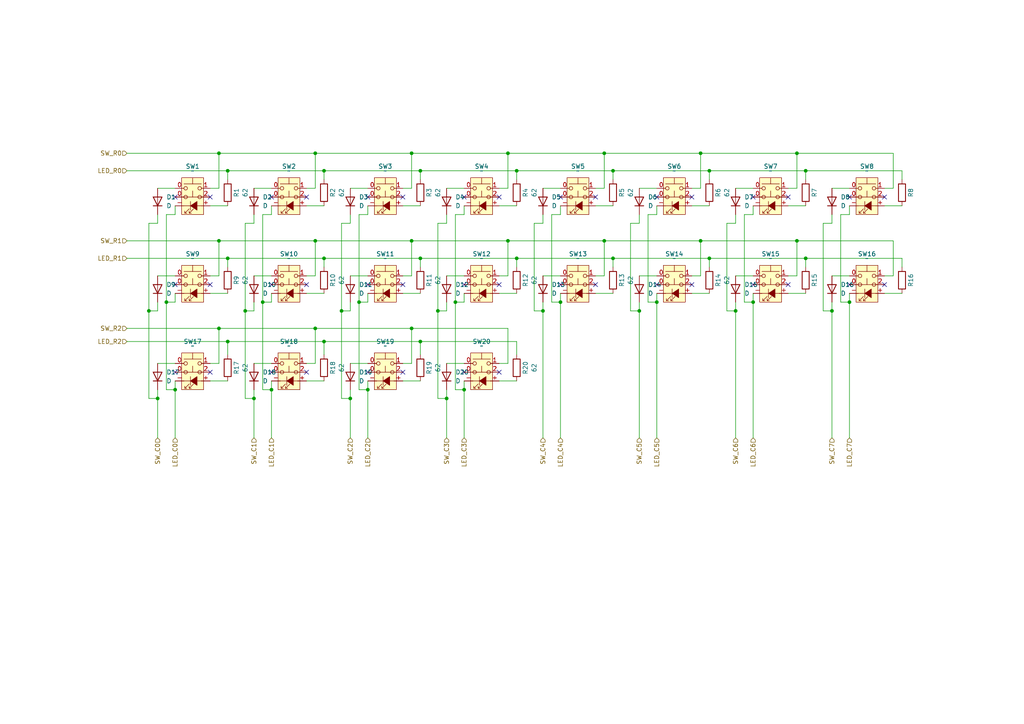
<source format=kicad_sch>
(kicad_sch (version 20231120) (generator "eeschema") (generator_version "8.0")
  (paper "A4")
  (lib_symbols
    (symbol "Console:Digitast"
      (property "Reference" "SW" (at -2.032 6.604 0))
      (symbol "Digitast_0_0"
        (polyline (pts (xy -2.54 -2.54) (xy 2.54 -2.54)))
        (polyline (pts (xy -2.286 -4.699) (xy -1.016 -3.429)))
        (polyline (pts (xy -1.016 -4.699) (xy 0.254 -3.429)))
        (polyline (pts (xy -0.635 -1.27) (xy -0.635 -3.81)))
        (polyline (pts (xy -2.286 -4.064) (xy -2.286 -4.699) (xy -1.651 -4.699)))
        (polyline (pts (xy -1.016 -4.064) (xy -1.016 -4.699) (xy -0.381 -4.699)))
        (polyline (pts (xy -0.635 -2.54) (xy 1.27 -1.27) (xy 1.27 -3.81) (xy -0.635 -2.54)) (fill (type outline)))
        (pin passive line (at -5.08 0 0) (length 2.54) (name "") (number "0"))
        (pin passive line (at 5.08 0 180) (length 2.54) (name "") (number "2"))
      )
      (symbol "Digitast_0_1"
        (circle (center -2.032 0) (radius 0.508))
        (circle (center -2.032 2.54) (radius 0.508))
        (polyline (pts (xy 0 0) (xy 0 1.778)))
        (polyline (pts (xy 0 3.81) (xy 0 5.588)))
        (polyline (pts (xy 2.54 0) (xy -2.54 0)))
        (polyline (pts (xy 2.54 3.81) (xy -2.54 3.81)))
        (circle (center 2.032 0) (radius 0.508))
        (circle (center 2.032 2.54) (radius 0.508))
        (pin passive line (at 5.08 -2.54 180) (length 2.54) (name "") (number "+"))
        (pin passive line (at -5.08 -2.54 0) (length 2.54) (name "") (number "-"))
        (pin passive line (at 5.08 2.54 180) (length 2.54) (name "") (number "1"))
      )
      (symbol "Digitast_1_1"
        (rectangle (start -3.175 5.588) (end 3.175 -5.08) (fill (type background)))
        (pin passive line (at -5.08 2.54 0) (length 2.54) (name "") (number "0"))
      )
    )
    (symbol "Device:D" (pin_numbers hide) (pin_names (offset 1.016) hide)
      (property "Reference" "D" (at 0 2.54 0))
      (property "Value" "D" (at 0 -2.54 0))
      (symbol "D_0_1"
        (polyline (pts (xy -1.27 1.27) (xy -1.27 -1.27)) (stroke (width 0.254)))
        (polyline (pts (xy 1.27 0) (xy -1.27 0)))
        (polyline (pts (xy 1.27 1.27) (xy 1.27 -1.27) (xy -1.27 0) (xy 1.27 1.27)) (stroke (width 0.254)))
      )
      (symbol "D_1_1"
        (pin passive line (at -3.81 0 0) (length 2.54) (name "K") (number "1"))
        (pin passive line (at 3.81 0 180) (length 2.54) (name "A") (number "2"))
      )
    )
    (symbol "Device:R" (pin_numbers hide) (pin_names (offset 0))
      (property "Reference" "R" (at 2.032 0 90))
      (property "Value" "R" (at 0 0 90))
      (symbol "R_0_1"
        (rectangle (start -1.016 -2.54) (end 1.016 2.54) (stroke (width 0.254)))
      )
      (symbol "R_1_1"
        (pin passive line (at 0 3.81 270) (length 1.27) (name "~") (number "1"))
        (pin passive line (at 0 -3.81 90) (length 1.27) (name "~") (number "2"))
      )
    )
  )
  (junction (at 132.08 87.63))
  (junction (at 129.54 115.57))
  (junction (at 48.26 87.63))
  (junction (at 45.72 115.57))
  (junction (at 119.38 44.45))
  (junction (at 66.04 99.06))
  (junction (at 149.86 49.53))
  (junction (at 203.2 44.45))
  (junction (at 93.98 49.53))
  (junction (at 213.36 90.17))
  (junction (at 78.74 113.03))
  (junction (at 233.68 49.53))
  (junction (at 175.26 69.85))
  (junction (at 233.68 74.93))
  (junction (at 121.92 49.53))
  (junction (at 119.38 95.25))
  (junction (at 185.42 90.17))
  (junction (at 162.56 87.63))
  (junction (at 101.6 115.57))
  (junction (at 106.68 113.03))
  (junction (at 66.04 74.93))
  (junction (at 175.26 44.45))
  (junction (at 91.44 44.45))
  (junction (at 190.5 87.63))
  (junction (at 231.14 44.45))
  (junction (at 157.48 90.17))
  (junction (at 91.44 69.85))
  (junction (at 147.32 44.45))
  (junction (at 149.86 74.93))
  (junction (at 93.98 74.93))
  (junction (at 73.66 115.57))
  (junction (at 63.5 95.25))
  (junction (at 43.18 90.17))
  (junction (at 127 90.17))
  (junction (at 63.5 69.85))
  (junction (at 91.44 95.25))
  (junction (at 205.74 74.93))
  (junction (at 66.04 49.53))
  (junction (at 104.14 87.63))
  (junction (at 71.12 90.17))
  (junction (at 93.98 99.06))
  (junction (at 134.62 113.03))
  (junction (at 147.32 69.85))
  (junction (at 205.74 49.53))
  (junction (at 76.2 87.63))
  (junction (at 121.92 74.93))
  (junction (at 231.14 69.85))
  (junction (at 50.8 113.03))
  (junction (at 177.8 74.93))
  (junction (at 63.5 44.45))
  (junction (at 177.8 49.53))
  (junction (at 99.06 90.17))
  (junction (at 241.3 90.17))
  (junction (at 203.2 69.85))
  (junction (at 218.44 87.63))
  (junction (at 121.92 99.06))
  (junction (at 246.38 87.63))
  (junction (at 119.38 69.85))
  (no_connect (at 246.38 82.55))
  (no_connect (at 256.54 82.55))
  (no_connect (at 134.62 107.95))
  (no_connect (at 256.54 57.15))
  (no_connect (at 106.68 57.15))
  (no_connect (at 190.5 82.55))
  (no_connect (at 246.38 57.15))
  (no_connect (at 190.5 57.15))
  (no_connect (at 116.84 107.95))
  (no_connect (at 228.6 57.15))
  (no_connect (at 134.62 82.55))
  (no_connect (at 50.8 82.55))
  (no_connect (at 228.6 82.55))
  (no_connect (at 88.9 57.15))
  (no_connect (at 116.84 57.15))
  (no_connect (at 60.96 82.55))
  (no_connect (at 106.68 107.95))
  (no_connect (at 78.74 57.15))
  (no_connect (at 172.72 57.15))
  (no_connect (at 60.96 57.15))
  (no_connect (at 200.66 57.15))
  (no_connect (at 172.72 82.55))
  (no_connect (at 78.74 82.55))
  (no_connect (at 60.96 107.95))
  (no_connect (at 106.68 82.55))
  (no_connect (at 88.9 107.95))
  (no_connect (at 162.56 57.15))
  (no_connect (at 144.78 82.55))
  (no_connect (at 162.56 82.55))
  (no_connect (at 78.74 107.95))
  (no_connect (at 50.8 57.15))
  (no_connect (at 134.62 57.15))
  (no_connect (at 88.9 82.55))
  (no_connect (at 200.66 82.55))
  (no_connect (at 50.8 107.95))
  (no_connect (at 218.44 82.55))
  (no_connect (at 116.84 82.55))
  (no_connect (at 218.44 57.15))
  (no_connect (at 144.78 57.15))
  (no_connect (at 144.78 107.95))
  (wire (pts (xy 218.44 87.63) (xy 215.9 87.63)))
  (wire (pts (xy 66.04 110.49) (xy 60.96 110.49)))
  (wire (pts (xy 157.48 62.23) (xy 157.48 64.77)))
  (wire (pts (xy 259.08 44.45) (xy 259.08 54.61)))
  (wire (pts (xy 200.66 80.01) (xy 203.2 80.01)))
  (wire (pts (xy 205.74 49.53) (xy 233.68 49.53)))
  (wire (pts (xy 132.08 62.23) (xy 132.08 87.63)))
  (wire (pts (xy 66.04 102.87) (xy 66.04 99.06)))
  (wire (pts (xy 129.54 90.17) (xy 127 90.17)))
  (wire (pts (xy 185.42 90.17) (xy 185.42 127)))
  (wire (pts (xy 63.5 69.85) (xy 91.44 69.85)))
  (wire (pts (xy 177.8 49.53) (xy 205.74 49.53)))
  (wire (pts (xy 121.92 99.06) (xy 149.86 99.06)))
  (wire (pts (xy 233.68 49.53) (xy 261.62 49.53)))
  (wire (pts (xy 43.18 64.77) (xy 43.18 90.17)))
  (wire (pts (xy 50.8 113.03) (xy 50.8 127)))
  (wire (pts (xy 157.48 80.01) (xy 162.56 80.01)))
  (wire (pts (xy 215.9 62.23) (xy 215.9 87.63)))
  (wire (pts (xy 185.42 54.61) (xy 190.5 54.61)))
  (wire (pts (xy 45.72 54.61) (xy 50.8 54.61)))
  (wire (pts (xy 36.83 49.53) (xy 66.04 49.53)))
  (wire (pts (xy 127 115.57) (xy 129.54 115.57)))
  (wire (pts (xy 91.44 105.41) (xy 88.9 105.41)))
  (wire (pts (xy 66.04 77.47) (xy 66.04 74.93)))
  (wire (pts (xy 121.92 77.47) (xy 121.92 74.93)))
  (wire (pts (xy 50.8 87.63) (xy 48.26 87.63)))
  (wire (pts (xy 119.38 69.85) (xy 119.38 80.01)))
  (wire (pts (xy 147.32 54.61) (xy 144.78 54.61)))
  (wire (pts (xy 261.62 85.09) (xy 256.54 85.09)))
  (wire (pts (xy 261.62 59.69) (xy 256.54 59.69)))
  (wire (pts (xy 106.68 59.69) (xy 106.68 62.23)))
  (wire (pts (xy 78.74 59.69) (xy 78.74 62.23)))
  (wire (pts (xy 177.8 85.09) (xy 172.72 85.09)))
  (wire (pts (xy 63.5 80.01) (xy 63.5 69.85)))
  (wire (pts (xy 241.3 64.77) (xy 238.76 64.77)))
  (wire (pts (xy 66.04 59.69) (xy 60.96 59.69)))
  (wire (pts (xy 190.5 87.63) (xy 187.96 87.63)))
  (wire (pts (xy 177.8 49.53) (xy 177.8 52.07)))
  (wire (pts (xy 175.26 69.85) (xy 175.26 80.01)))
  (wire (pts (xy 106.68 87.63) (xy 104.14 87.63)))
  (wire (pts (xy 91.44 54.61) (xy 88.9 54.61)))
  (wire (pts (xy 147.32 105.41) (xy 144.78 105.41)))
  (wire (pts (xy 119.38 69.85) (xy 147.32 69.85)))
  (wire (pts (xy 246.38 87.63) (xy 243.84 87.63)))
  (wire (pts (xy 187.96 62.23) (xy 187.96 87.63)))
  (wire (pts (xy 106.68 113.03) (xy 106.68 127)))
  (wire (pts (xy 213.36 90.17) (xy 213.36 127)))
  (wire (pts (xy 76.2 62.23) (xy 76.2 87.63)))
  (wire (pts (xy 119.38 44.45) (xy 119.38 54.61)))
  (wire (pts (xy 231.14 69.85) (xy 259.08 69.85)))
  (wire (pts (xy 213.36 64.77) (xy 210.82 64.77)))
  (wire (pts (xy 233.68 59.69) (xy 228.6 59.69)))
  (wire (pts (xy 185.42 90.17) (xy 182.88 90.17)))
  (wire (pts (xy 121.92 49.53) (xy 121.92 52.07)))
  (wire (pts (xy 157.48 90.17) (xy 154.94 90.17)))
  (wire (pts (xy 147.32 44.45) (xy 175.26 44.45)))
  (wire (pts (xy 241.3 90.17) (xy 241.3 127)))
  (wire (pts (xy 177.8 74.93) (xy 205.74 74.93)))
  (wire (pts (xy 134.62 87.63) (xy 132.08 87.63)))
  (wire (pts (xy 185.42 62.23) (xy 185.42 64.77)))
  (wire (pts (xy 119.38 95.25) (xy 147.32 95.25)))
  (wire (pts (xy 119.38 54.61) (xy 116.84 54.61)))
  (wire (pts (xy 48.26 62.23) (xy 48.26 87.63)))
  (wire (pts (xy 104.14 87.63) (xy 104.14 113.03)))
  (wire (pts (xy 63.5 95.25) (xy 91.44 95.25)))
  (wire (pts (xy 149.86 59.69) (xy 144.78 59.69)))
  (wire (pts (xy 175.26 80.01) (xy 172.72 80.01)))
  (wire (pts (xy 147.32 69.85) (xy 147.32 80.01)))
  (wire (pts (xy 259.08 69.85) (xy 259.08 80.01)))
  (wire (pts (xy 76.2 87.63) (xy 76.2 113.03)))
  (wire (pts (xy 134.62 62.23) (xy 132.08 62.23)))
  (wire (pts (xy 50.8 113.03) (xy 50.8 110.49)))
  (wire (pts (xy 177.8 77.47) (xy 177.8 74.93)))
  (wire (pts (xy 50.8 59.69) (xy 50.8 62.23)))
  (wire (pts (xy 157.48 87.63) (xy 157.48 90.17)))
  (wire (pts (xy 104.14 113.03) (xy 106.68 113.03)))
  (wire (pts (xy 213.36 54.61) (xy 218.44 54.61)))
  (wire (pts (xy 185.42 87.63) (xy 185.42 90.17)))
  (wire (pts (xy 101.6 62.23) (xy 101.6 64.77)))
  (wire (pts (xy 76.2 113.03) (xy 78.74 113.03)))
  (wire (pts (xy 129.54 64.77) (xy 127 64.77)))
  (wire (pts (xy 93.98 99.06) (xy 121.92 99.06)))
  (wire (pts (xy 203.2 69.85) (xy 231.14 69.85)))
  (wire (pts (xy 213.36 90.17) (xy 210.82 90.17)))
  (wire (pts (xy 162.56 85.09) (xy 162.56 87.63)))
  (wire (pts (xy 73.66 87.63) (xy 73.66 90.17)))
  (wire (pts (xy 73.66 90.17) (xy 71.12 90.17)))
  (wire (pts (xy 241.3 62.23) (xy 241.3 64.77)))
  (wire (pts (xy 73.66 54.61) (xy 78.74 54.61)))
  (wire (pts (xy 205.74 85.09) (xy 200.66 85.09)))
  (wire (pts (xy 238.76 64.77) (xy 238.76 90.17)))
  (wire (pts (xy 78.74 113.03) (xy 78.74 127)))
  (wire (pts (xy 129.54 80.01) (xy 134.62 80.01)))
  (wire (pts (xy 157.48 90.17) (xy 157.48 127)))
  (wire (pts (xy 45.72 80.01) (xy 50.8 80.01)))
  (wire (pts (xy 129.54 115.57) (xy 129.54 113.03)))
  (wire (pts (xy 162.56 87.63) (xy 162.56 127)))
  (wire (pts (xy 73.66 64.77) (xy 71.12 64.77)))
  (wire (pts (xy 121.92 74.93) (xy 149.86 74.93)))
  (wire (pts (xy 246.38 85.09) (xy 246.38 87.63)))
  (wire (pts (xy 241.3 80.01) (xy 246.38 80.01)))
  (wire (pts (xy 45.72 90.17) (xy 43.18 90.17)))
  (wire (pts (xy 91.44 95.25) (xy 119.38 95.25)))
  (wire (pts (xy 218.44 59.69) (xy 218.44 62.23)))
  (wire (pts (xy 231.14 44.45) (xy 259.08 44.45)))
  (wire (pts (xy 149.86 49.53) (xy 177.8 49.53)))
  (wire (pts (xy 203.2 44.45) (xy 203.2 54.61)))
  (wire (pts (xy 43.18 90.17) (xy 43.18 115.57)))
  (wire (pts (xy 241.3 54.61) (xy 246.38 54.61)))
  (wire (pts (xy 129.54 115.57) (xy 129.54 127)))
  (wire (pts (xy 233.68 49.53) (xy 233.68 52.07)))
  (wire (pts (xy 71.12 90.17) (xy 71.12 115.57)))
  (wire (pts (xy 45.72 87.63) (xy 45.72 90.17)))
  (wire (pts (xy 101.6 115.57) (xy 101.6 127)))
  (wire (pts (xy 45.72 64.77) (xy 43.18 64.77)))
  (wire (pts (xy 121.92 85.09) (xy 116.84 85.09)))
  (wire (pts (xy 63.5 105.41) (xy 63.5 95.25)))
  (wire (pts (xy 147.32 44.45) (xy 147.32 54.61)))
  (wire (pts (xy 147.32 95.25) (xy 147.32 105.41)))
  (wire (pts (xy 149.86 49.53) (xy 149.86 52.07)))
  (wire (pts (xy 45.72 115.57) (xy 45.72 127)))
  (wire (pts (xy 93.98 85.09) (xy 88.9 85.09)))
  (wire (pts (xy 205.74 74.93) (xy 233.68 74.93)))
  (wire (pts (xy 147.32 69.85) (xy 175.26 69.85)))
  (wire (pts (xy 162.56 87.63) (xy 160.02 87.63)))
  (wire (pts (xy 91.44 69.85) (xy 91.44 80.01)))
  (wire (pts (xy 50.8 62.23) (xy 48.26 62.23)))
  (wire (pts (xy 119.38 80.01) (xy 116.84 80.01)))
  (wire (pts (xy 36.83 95.25) (xy 63.5 95.25)))
  (wire (pts (xy 175.26 54.61) (xy 172.72 54.61)))
  (wire (pts (xy 78.74 62.23) (xy 76.2 62.23)))
  (wire (pts (xy 132.08 87.63) (xy 132.08 113.03)))
  (wire (pts (xy 246.38 87.63) (xy 246.38 127)))
  (wire (pts (xy 154.94 64.77) (xy 154.94 90.17)))
  (wire (pts (xy 66.04 49.53) (xy 93.98 49.53)))
  (wire (pts (xy 228.6 80.01) (xy 231.14 80.01)))
  (wire (pts (xy 66.04 74.93) (xy 93.98 74.93)))
  (wire (pts (xy 231.14 69.85) (xy 231.14 80.01)))
  (wire (pts (xy 63.5 54.61) (xy 60.96 54.61)))
  (wire (pts (xy 246.38 59.69) (xy 246.38 62.23)))
  (wire (pts (xy 190.5 85.09) (xy 190.5 87.63)))
  (wire (pts (xy 63.5 44.45) (xy 91.44 44.45)))
  (wire (pts (xy 121.92 59.69) (xy 116.84 59.69)))
  (wire (pts (xy 63.5 54.61) (xy 63.5 44.45)))
  (wire (pts (xy 93.98 110.49) (xy 88.9 110.49)))
  (wire (pts (xy 129.54 54.61) (xy 134.62 54.61)))
  (wire (pts (xy 93.98 74.93) (xy 121.92 74.93)))
  (wire (pts (xy 233.68 74.93) (xy 261.62 74.93)))
  (wire (pts (xy 91.44 95.25) (xy 91.44 105.41)))
  (wire (pts (xy 147.32 80.01) (xy 144.78 80.01)))
  (wire (pts (xy 93.98 49.53) (xy 93.98 52.07)))
  (wire (pts (xy 185.42 64.77) (xy 182.88 64.77)))
  (wire (pts (xy 127 90.17) (xy 127 115.57)))
  (wire (pts (xy 162.56 62.23) (xy 160.02 62.23)))
  (wire (pts (xy 129.54 105.41) (xy 134.62 105.41)))
  (wire (pts (xy 36.83 74.93) (xy 66.04 74.93)))
  (wire (pts (xy 71.12 115.57) (xy 73.66 115.57)))
  (wire (pts (xy 246.38 62.23) (xy 243.84 62.23)))
  (wire (pts (xy 175.26 44.45) (xy 175.26 54.61)))
  (wire (pts (xy 185.42 80.01) (xy 190.5 80.01)))
  (wire (pts (xy 93.98 74.93) (xy 93.98 77.47)))
  (wire (pts (xy 241.3 87.63) (xy 241.3 90.17)))
  (wire (pts (xy 213.36 87.63) (xy 213.36 90.17)))
  (wire (pts (xy 91.44 69.85) (xy 119.38 69.85)))
  (wire (pts (xy 231.14 44.45) (xy 231.14 54.61)))
  (wire (pts (xy 66.04 85.09) (xy 60.96 85.09)))
  (wire (pts (xy 93.98 59.69) (xy 88.9 59.69)))
  (wire (pts (xy 261.62 49.53) (xy 261.62 52.07)))
  (wire (pts (xy 259.08 54.61) (xy 256.54 54.61)))
  (wire (pts (xy 101.6 80.01) (xy 106.68 80.01)))
  (wire (pts (xy 182.88 64.77) (xy 182.88 90.17)))
  (wire (pts (xy 66.04 99.06) (xy 93.98 99.06)))
  (wire (pts (xy 45.72 62.23) (xy 45.72 64.77)))
  (wire (pts (xy 73.66 80.01) (xy 78.74 80.01)))
  (wire (pts (xy 45.72 105.41) (xy 50.8 105.41)))
  (wire (pts (xy 175.26 44.45) (xy 203.2 44.45)))
  (wire (pts (xy 106.68 62.23) (xy 104.14 62.23)))
  (wire (pts (xy 93.98 99.06) (xy 93.98 102.87)))
  (wire (pts (xy 218.44 85.09) (xy 218.44 87.63)))
  (wire (pts (xy 99.06 64.77) (xy 99.06 90.17)))
  (wire (pts (xy 129.54 87.63) (xy 129.54 90.17)))
  (wire (pts (xy 231.14 54.61) (xy 228.6 54.61)))
  (wire (pts (xy 50.8 85.09) (xy 50.8 87.63)))
  (wire (pts (xy 241.3 90.17) (xy 238.76 90.17)))
  (wire (pts (xy 203.2 54.61) (xy 200.66 54.61)))
  (wire (pts (xy 149.86 110.49) (xy 144.78 110.49)))
  (wire (pts (xy 205.74 59.69) (xy 200.66 59.69)))
  (wire (pts (xy 134.62 113.03) (xy 134.62 127)))
  (wire (pts (xy 149.86 102.87) (xy 149.86 99.06)))
  (wire (pts (xy 203.2 44.45) (xy 231.14 44.45)))
  (wire (pts (xy 93.98 49.53) (xy 121.92 49.53)))
  (wire (pts (xy 66.04 49.53) (xy 66.04 52.07)))
  (wire (pts (xy 175.26 69.85) (xy 203.2 69.85)))
  (wire (pts (xy 218.44 62.23) (xy 215.9 62.23)))
  (wire (pts (xy 101.6 115.57) (xy 101.6 113.03)))
  (wire (pts (xy 119.38 105.41) (xy 116.84 105.41)))
  (wire (pts (xy 101.6 64.77) (xy 99.06 64.77)))
  (wire (pts (xy 101.6 54.61) (xy 106.68 54.61)))
  (wire (pts (xy 78.74 85.09) (xy 78.74 87.63)))
  (wire (pts (xy 243.84 62.23) (xy 243.84 87.63)))
  (wire (pts (xy 218.44 87.63) (xy 218.44 127)))
  (wire (pts (xy 160.02 62.23) (xy 160.02 87.63)))
  (wire (pts (xy 190.5 62.23) (xy 187.96 62.23)))
  (wire (pts (xy 119.38 95.25) (xy 119.38 105.41)))
  (wire (pts (xy 162.56 59.69) (xy 162.56 62.23)))
  (wire (pts (xy 210.82 64.77) (xy 210.82 90.17)))
  (wire (pts (xy 78.74 87.63) (xy 76.2 87.63)))
  (wire (pts (xy 190.5 87.63) (xy 190.5 127)))
  (wire (pts (xy 101.6 90.17) (xy 99.06 90.17)))
  (wire (pts (xy 36.83 99.06) (xy 66.04 99.06)))
  (wire (pts (xy 233.68 77.47) (xy 233.68 74.93)))
  (wire (pts (xy 104.14 62.23) (xy 104.14 87.63)))
  (wire (pts (xy 45.72 115.57) (xy 45.72 113.03)))
  (wire (pts (xy 36.83 69.85) (xy 63.5 69.85)))
  (wire (pts (xy 134.62 113.03) (xy 134.62 110.49)))
  (wire (pts (xy 213.36 62.23) (xy 213.36 64.77)))
  (wire (pts (xy 73.66 115.57) (xy 73.66 113.03)))
  (wire (pts (xy 205.74 49.53) (xy 205.74 52.07)))
  (wire (pts (xy 119.38 44.45) (xy 147.32 44.45)))
  (wire (pts (xy 71.12 64.77) (xy 71.12 90.17)))
  (wire (pts (xy 157.48 54.61) (xy 162.56 54.61)))
  (wire (pts (xy 261.62 77.47) (xy 261.62 74.93)))
  (wire (pts (xy 203.2 69.85) (xy 203.2 80.01)))
  (wire (pts (xy 121.92 49.53) (xy 149.86 49.53)))
  (wire (pts (xy 48.26 87.63) (xy 48.26 113.03)))
  (wire (pts (xy 149.86 77.47) (xy 149.86 74.93)))
  (wire (pts (xy 91.44 80.01) (xy 88.9 80.01)))
  (wire (pts (xy 91.44 44.45) (xy 119.38 44.45)))
  (wire (pts (xy 177.8 59.69) (xy 172.72 59.69)))
  (wire (pts (xy 129.54 62.23) (xy 129.54 64.77)))
  (wire (pts (xy 132.08 113.03) (xy 134.62 113.03)))
  (wire (pts (xy 121.92 110.49) (xy 116.84 110.49)))
  (wire (pts (xy 190.5 59.69) (xy 190.5 62.23)))
  (wire (pts (xy 256.54 80.01) (xy 259.08 80.01)))
  (wire (pts (xy 91.44 44.45) (xy 91.44 54.61)))
  (wire (pts (xy 213.36 80.01) (xy 218.44 80.01)))
  (wire (pts (xy 149.86 74.93) (xy 177.8 74.93)))
  (wire (pts (xy 205.74 77.47) (xy 205.74 74.93)))
  (wire (pts (xy 106.68 85.09) (xy 106.68 87.63)))
  (wire (pts (xy 48.26 113.03) (xy 50.8 113.03)))
  (wire (pts (xy 101.6 105.41) (xy 106.68 105.41)))
  (wire (pts (xy 149.86 85.09) (xy 144.78 85.09)))
  (wire (pts (xy 43.18 115.57) (xy 45.72 115.57)))
  (wire (pts (xy 78.74 113.03) (xy 78.74 110.49)))
  (wire (pts (xy 233.68 85.09) (xy 228.6 85.09)))
  (wire (pts (xy 63.5 80.01) (xy 60.96 80.01)))
  (wire (pts (xy 157.48 64.77) (xy 154.94 64.77)))
  (wire (pts (xy 99.06 90.17) (xy 99.06 115.57)))
  (wire (pts (xy 36.83 44.45) (xy 63.5 44.45)))
  (wire (pts (xy 134.62 85.09) (xy 134.62 87.63)))
  (wire (pts (xy 127 64.77) (xy 127 90.17)))
  (wire (pts (xy 106.68 113.03) (xy 106.68 110.49)))
  (wire (pts (xy 101.6 87.63) (xy 101.6 90.17)))
  (wire (pts (xy 73.66 62.23) (xy 73.66 64.77)))
  (wire (pts (xy 121.92 102.87) (xy 121.92 99.06)))
  (wire (pts (xy 73.66 105.41) (xy 78.74 105.41)))
  (wire (pts (xy 134.62 59.69) (xy 134.62 62.23)))
  (wire (pts (xy 73.66 115.57) (xy 73.66 127)))
  (wire (pts (xy 63.5 105.41) (xy 60.96 105.41)))
  (wire (pts (xy 99.06 115.57) (xy 101.6 115.57)))
  (hierarchical_label "SW_R2" (shape input) (at 36.83 95.25 180))
  (hierarchical_label "LED_C3" (shape input) (at 134.62 127 270))
  (hierarchical_label "SW_C3" (shape input) (at 129.54 127 270))
  (hierarchical_label "SW_C0" (shape input) (at 45.72 127 270))
  (hierarchical_label "SW_C1" (shape input) (at 73.66 127 270))
  (hierarchical_label "LED_C6" (shape input) (at 218.44 127 270))
  (hierarchical_label "SW_C7" (shape input) (at 241.3 127 270))
  (hierarchical_label "LED_R0" (shape input) (at 36.83 49.53 180))
  (hierarchical_label "LED_C1" (shape input) (at 78.74 127 270))
  (hierarchical_label "LED_C7" (shape input) (at 246.38 127 270))
  (hierarchical_label "LED_C4" (shape input) (at 162.56 127 270))
  (hierarchical_label "SW_R1" (shape input) (at 36.83 69.85 180))
  (hierarchical_label "SW_C4" (shape input) (at 157.48 127 270))
  (hierarchical_label "LED_R2" (shape input) (at 36.83 99.06 180))
  (hierarchical_label "LED_C2" (shape input) (at 106.68 127 270))
  (hierarchical_label "SW_R0" (shape input) (at 36.83 44.45 180))
  (hierarchical_label "LED_C5" (shape input) (at 190.5 127 270))
  (hierarchical_label "SW_C5" (shape input) (at 185.42 127 270))
  (hierarchical_label "LED_C0" (shape input) (at 50.8 127 270))
  (hierarchical_label "SW_C6" (shape input) (at 213.36 127 270))
  (hierarchical_label "SW_C2" (shape input) (at 101.6 127 270))
  (hierarchical_label "LED_R1" (shape input) (at 36.83 74.93 180))
  (symbol (lib_id "Device:R") (at 149.86 81.28 180) (unit 1)
    (property "Reference" "R12" (at 152.4 81.28 90))
    (property "Value" "62" (at 154.94 81.28 90))
    (property "Footprint" "Resistor_SMD:R_0805_2012Metric" (effects (hide yes)))
    (property "Description" "Resistor" (effects (hide yes)))
  )
  (symbol (lib_id "Device:D") (at 129.54 83.82 90) (unit 1)
    (property "Reference" "D12" (at 132.08 82.5499 90) (effects (justify right)))
    (property "Value" "D" (at 132.08 85.0899 90) (effects (justify right)))
    (property "Footprint" "Diode_SMD:D_0805_2012Metric" (effects (hide yes)))
    (property "Description" "Diode" (effects (hide yes)))
    (property "Sim.Device" "D" (effects (hide yes)))
    (property "Sim.Pins" "1=K 2=A" (effects (hide yes)))
  )
  (symbol (lib_id "Device:D") (at 129.54 58.42 90) (unit 1)
    (property "Reference" "D4" (at 132.08 57.1499 90) (effects (justify right)))
    (property "Value" "D" (at 132.08 59.6899 90) (effects (justify right)))
    (property "Footprint" "Diode_SMD:D_0805_2012Metric" (effects (hide yes)))
    (property "Description" "Diode" (effects (hide yes)))
    (property "Sim.Device" "D" (effects (hide yes)))
    (property "Sim.Pins" "1=K 2=A" (effects (hide yes)))
  )
  (symbol (lib_name "Console:Digitast") (lib_id "Console:Digitast") (at 55.88 57.15 0) (unit 1)
    (property "Reference" "SW1" (at 55.88 48.26 0))
    (property "Value" "~" (at 55.88 49.53 0))
    (property "Footprint" "Console:Digitast" (effects (hide yes)))
  )
  (symbol (lib_id "Device:R") (at 233.68 81.28 180) (unit 1)
    (property "Reference" "R15" (at 236.22 81.28 90))
    (property "Value" "62" (effects (hide yes)))
    (property "Footprint" "Resistor_SMD:R_0805_2012Metric" (effects (hide yes)))
    (property "Description" "Resistor" (effects (hide yes)))
  )
  (symbol (lib_name "Console:Digitast") (lib_id "Console:Digitast") (at 195.58 57.15 0) (unit 1)
    (property "Reference" "SW6" (at 195.58 48.26 0))
    (property "Value" "~" (at 195.58 49.53 0))
    (property "Footprint" "Console:Digitast" (effects (hide yes)))
  )
  (symbol (lib_id "Device:D") (at 185.42 83.82 90) (unit 1)
    (property "Reference" "D14" (at 187.96 82.5499 90) (effects (justify right)))
    (property "Value" "D" (at 187.96 85.0899 90) (effects (justify right)))
    (property "Footprint" "Diode_SMD:D_0805_2012Metric" (effects (hide yes)))
    (property "Description" "Diode" (effects (hide yes)))
    (property "Sim.Device" "D" (effects (hide yes)))
    (property "Sim.Pins" "1=K 2=A" (effects (hide yes)))
  )
  (symbol (lib_id "Device:D") (at 213.36 58.42 90) (unit 1)
    (property "Reference" "D7" (at 215.9 57.1499 90) (effects (justify right)))
    (property "Value" "D" (at 215.9 59.6899 90) (effects (justify right)))
    (property "Footprint" "Diode_SMD:D_0805_2012Metric" (effects (hide yes)))
    (property "Description" "Diode" (effects (hide yes)))
    (property "Sim.Device" "D" (effects (hide yes)))
    (property "Sim.Pins" "1=K 2=A" (effects (hide yes)))
  )
  (symbol (lib_id "Device:R") (at 66.04 55.88 180) (unit 1)
    (property "Reference" "R1" (at 68.58 55.88 90))
    (property "Value" "62" (at 71.12 55.88 90))
    (property "Footprint" "Resistor_SMD:R_0805_2012Metric" (effects (hide yes)))
    (property "Description" "Resistor" (effects (hide yes)))
  )
  (symbol (lib_id "Device:D") (at 45.72 109.22 90) (unit 1)
    (property "Reference" "D17" (at 48.26 107.9499 90) (effects (justify right)))
    (property "Value" "D" (at 48.26 110.4899 90) (effects (justify right)))
    (property "Footprint" "Diode_SMD:D_0805_2012Metric" (effects (hide yes)))
    (property "Description" "Diode" (effects (hide yes)))
    (property "Sim.Device" "D" (effects (hide yes)))
    (property "Sim.Pins" "1=K 2=A" (effects (hide yes)))
  )
  (symbol (lib_id "Device:D") (at 73.66 83.82 90) (unit 1)
    (property "Reference" "D10" (at 76.2 82.5499 90) (effects (justify right)))
    (property "Value" "D" (at 76.2 85.0899 90) (effects (justify right)))
    (property "Footprint" "Diode_SMD:D_0805_2012Metric" (effects (hide yes)))
    (property "Description" "Diode" (effects (hide yes)))
    (property "Sim.Device" "D" (effects (hide yes)))
    (property "Sim.Pins" "1=K 2=A" (effects (hide yes)))
  )
  (symbol (lib_id "Device:D") (at 45.72 83.82 90) (unit 1)
    (property "Reference" "D9" (at 48.26 82.5499 90) (effects (justify right)))
    (property "Value" "D" (at 48.26 85.0899 90) (effects (justify right)))
    (property "Footprint" "Diode_SMD:D_0805_2012Metric" (effects (hide yes)))
    (property "Description" "Diode" (effects (hide yes)))
    (property "Sim.Device" "D" (effects (hide yes)))
    (property "Sim.Pins" "1=K 2=A" (effects (hide yes)))
  )
  (symbol (lib_name "Console:Digitast") (lib_id "Console:Digitast") (at 167.64 82.55 0) (unit 1)
    (property "Reference" "SW13" (at 167.64 73.66 0))
    (property "Value" "~" (at 167.64 74.93 0))
    (property "Footprint" "Console:Digitast" (effects (hide yes)))
  )
  (symbol (lib_id "Device:D") (at 157.48 83.82 90) (unit 1)
    (property "Reference" "D13" (at 160.02 82.5499 90) (effects (justify right)))
    (property "Value" "D" (at 160.02 85.0899 90) (effects (justify right)))
    (property "Footprint" "Diode_SMD:D_0805_2012Metric" (effects (hide yes)))
    (property "Description" "Diode" (effects (hide yes)))
    (property "Sim.Device" "D" (effects (hide yes)))
    (property "Sim.Pins" "1=K 2=A" (effects (hide yes)))
  )
  (symbol (lib_name "Console:Digitast") (lib_id "Console:Digitast") (at 195.58 82.55 0) (unit 1)
    (property "Reference" "SW14" (at 195.58 73.66 0))
    (property "Value" "~" (at 195.58 74.93 0))
    (property "Footprint" "Console:Digitast" (effects (hide yes)))
  )
  (symbol (lib_id "Device:R") (at 93.98 81.28 180) (unit 1)
    (property "Reference" "R10" (at 96.52 81.28 90))
    (property "Value" "62" (at 99.06 81.28 90))
    (property "Footprint" "Resistor_SMD:R_0805_2012Metric" (effects (hide yes)))
    (property "Description" "Resistor" (effects (hide yes)))
  )
  (symbol (lib_id "Device:D") (at 241.3 83.82 90) (unit 1)
    (property "Reference" "D16" (at 243.84 82.5499 90) (effects (justify right)))
    (property "Value" "D" (at 243.84 85.0899 90) (effects (justify right)))
    (property "Footprint" "Diode_SMD:D_0805_2012Metric" (effects (hide yes)))
    (property "Description" "Diode" (effects (hide yes)))
    (property "Sim.Device" "D" (effects (hide yes)))
    (property "Sim.Pins" "1=K 2=A" (effects (hide yes)))
  )
  (symbol (lib_id "Device:R") (at 149.86 55.88 180) (unit 1)
    (property "Reference" "R4" (at 152.4 55.88 90))
    (property "Value" "62" (at 154.94 55.88 90))
    (property "Footprint" "Resistor_SMD:R_0805_2012Metric" (effects (hide yes)))
    (property "Description" "Resistor" (effects (hide yes)))
  )
  (symbol (lib_name "Console:Digitast") (lib_id "Console:Digitast") (at 251.46 57.15 0) (unit 1)
    (property "Reference" "SW8" (at 251.46 48.26 0))
    (property "Value" "~" (at 251.46 49.53 0))
    (property "Footprint" "Console:Digitast" (effects (hide yes)))
  )
  (symbol (lib_id "Device:D") (at 45.72 58.42 90) (unit 1)
    (property "Reference" "D1" (at 48.26 57.1499 90) (effects (justify right)))
    (property "Value" "D" (at 48.26 59.6899 90) (effects (justify right)))
    (property "Footprint" "Diode_SMD:D_0805_2012Metric" (effects (hide yes)))
    (property "Description" "Diode" (effects (hide yes)))
    (property "Sim.Device" "D" (effects (hide yes)))
    (property "Sim.Pins" "1=K 2=A" (effects (hide yes)))
  )
  (symbol (lib_id "Device:R") (at 205.74 81.28 180) (unit 1)
    (property "Reference" "R14" (at 208.28 81.28 90))
    (property "Value" "62" (at 210.82 81.28 90))
    (property "Footprint" "Resistor_SMD:R_0805_2012Metric" (effects (hide yes)))
    (property "Description" "Resistor" (effects (hide yes)))
  )
  (symbol (lib_id "Device:D") (at 73.66 58.42 90) (unit 1)
    (property "Reference" "D2" (at 76.2 57.1499 90) (effects (justify right)))
    (property "Value" "D" (at 76.2 59.6899 90) (effects (justify right)))
    (property "Footprint" "Diode_SMD:D_0805_2012Metric" (effects (hide yes)))
    (property "Description" "Diode" (effects (hide yes)))
    (property "Sim.Device" "D" (effects (hide yes)))
    (property "Sim.Pins" "1=K 2=A" (effects (hide yes)))
  )
  (symbol (lib_id "Device:D") (at 73.66 109.22 90) (unit 1)
    (property "Reference" "D18" (at 76.2 107.9499 90) (effects (justify right)))
    (property "Value" "D" (at 76.2 110.4899 90) (effects (justify right)))
    (property "Footprint" "Diode_SMD:D_0805_2012Metric" (effects (hide yes)))
    (property "Description" "Diode" (effects (hide yes)))
    (property "Sim.Device" "D" (effects (hide yes)))
    (property "Sim.Pins" "1=K 2=A" (effects (hide yes)))
  )
  (symbol (lib_name "Console:Digitast") (lib_id "Console:Digitast") (at 251.46 82.55 0) (unit 1)
    (property "Reference" "SW16" (at 251.46 73.66 0))
    (property "Value" "~" (at 251.46 74.93 0))
    (property "Footprint" "Console:Digitast" (effects (hide yes)))
  )
  (symbol (lib_id "Device:R") (at 149.86 106.68 180) (unit 1)
    (property "Reference" "R20" (at 152.4 106.68 90))
    (property "Value" "62" (at 154.94 106.68 90))
    (property "Footprint" "Resistor_SMD:R_0805_2012Metric" (effects (hide yes)))
    (property "Description" "Resistor" (effects (hide yes)))
  )
  (symbol (lib_id "Device:R") (at 121.92 106.68 180) (unit 1)
    (property "Reference" "R19" (at 124.46 106.68 90))
    (property "Value" "62" (at 127 106.68 90))
    (property "Footprint" "Resistor_SMD:R_0805_2012Metric" (effects (hide yes)))
    (property "Description" "Resistor" (effects (hide yes)))
  )
  (symbol (lib_id "Device:R") (at 261.62 55.88 180) (unit 1)
    (property "Reference" "R8" (at 264.16 55.88 90))
    (property "Value" "62" (effects (hide yes)))
    (property "Footprint" "Resistor_SMD:R_0805_2012Metric" (effects (hide yes)))
    (property "Description" "Resistor" (effects (hide yes)))
  )
  (symbol (lib_id "Device:D") (at 241.3 58.42 90) (unit 1)
    (property "Reference" "D8" (at 243.84 57.1499 90) (effects (justify right)))
    (property "Value" "D" (at 243.84 59.6899 90) (effects (justify right)))
    (property "Footprint" "Diode_SMD:D_0805_2012Metric" (effects (hide yes)))
    (property "Description" "Diode" (effects (hide yes)))
    (property "Sim.Device" "D" (effects (hide yes)))
    (property "Sim.Pins" "1=K 2=A" (effects (hide yes)))
  )
  (symbol (lib_id "Device:R") (at 177.8 81.28 180) (unit 1)
    (property "Reference" "R13" (at 180.34 81.28 90))
    (property "Value" "62" (at 182.88 81.28 90))
    (property "Footprint" "Resistor_SMD:R_0805_2012Metric" (effects (hide yes)))
    (property "Description" "Resistor" (effects (hide yes)))
  )
  (symbol (lib_name "Console:Digitast") (lib_id "Console:Digitast") (at 223.52 57.15 0) (unit 1)
    (property "Reference" "SW7" (at 223.52 48.26 0))
    (property "Value" "~" (at 223.52 49.53 0))
    (property "Footprint" "Console:Digitast" (effects (hide yes)))
  )
  (symbol (lib_name "Console:Digitast") (lib_id "Console:Digitast") (at 111.76 82.55 0) (unit 1)
    (property "Reference" "SW11" (at 111.76 73.66 0))
    (property "Value" "~" (at 111.76 74.93 0))
    (property "Footprint" "Console:Digitast" (effects (hide yes)))
  )
  (symbol (lib_name "Console:Digitast") (lib_id "Console:Digitast") (at 55.88 82.55 0) (unit 1)
    (property "Reference" "SW9" (at 55.88 73.66 0))
    (property "Value" "~" (at 55.88 74.93 0))
    (property "Footprint" "Console:Digitast" (effects (hide yes)))
  )
  (symbol (lib_id "Device:R") (at 121.92 55.88 180) (unit 1)
    (property "Reference" "R3" (at 124.46 55.88 90))
    (property "Value" "62" (at 127 55.88 90))
    (property "Footprint" "Resistor_SMD:R_0805_2012Metric" (effects (hide yes)))
    (property "Description" "Resistor" (effects (hide yes)))
  )
  (symbol (lib_name "Console:Digitast") (lib_id "Console:Digitast") (at 83.82 82.55 0) (unit 1)
    (property "Reference" "SW10" (at 83.82 73.66 0))
    (property "Value" "~" (at 83.82 74.93 0))
    (property "Footprint" "Console:Digitast" (effects (hide yes)))
  )
  (symbol (lib_id "Device:R") (at 233.68 55.88 180) (unit 1)
    (property "Reference" "R7" (at 236.22 55.88 90))
    (property "Value" "62" (effects (hide yes)))
    (property "Footprint" "Resistor_SMD:R_0805_2012Metric" (effects (hide yes)))
    (property "Description" "Resistor" (effects (hide yes)))
  )
  (symbol (lib_name "Console:Digitast") (lib_id "Console:Digitast") (at 55.88 107.95 0) (unit 1)
    (property "Reference" "SW17" (at 55.88 99.06 0))
    (property "Value" "~" (at 55.88 100.33 0))
    (property "Footprint" "Console:Digitast" (effects (hide yes)))
  )
  (symbol (lib_id "Device:R") (at 66.04 81.28 180) (unit 1)
    (property "Reference" "R9" (at 68.58 81.28 90))
    (property "Value" "62" (at 71.12 81.28 90))
    (property "Footprint" "Resistor_SMD:R_0805_2012Metric" (effects (hide yes)))
    (property "Description" "Resistor" (effects (hide yes)))
  )
  (symbol (lib_name "Console:Digitast") (lib_id "Console:Digitast") (at 167.64 57.15 0) (unit 1)
    (property "Reference" "SW5" (at 167.64 48.26 0))
    (property "Value" "~" (at 167.64 49.53 0))
    (property "Footprint" "Console:Digitast" (effects (hide yes)))
  )
  (symbol (lib_name "Console:Digitast") (lib_id "Console:Digitast") (at 83.82 57.15 0) (unit 1)
    (property "Reference" "SW2" (at 83.82 48.26 0))
    (property "Value" "~" (at 83.82 49.53 0))
    (property "Footprint" "Console:Digitast" (effects (hide yes)))
  )
  (symbol (lib_id "Device:R") (at 121.92 81.28 180) (unit 1)
    (property "Reference" "R11" (at 124.46 81.28 90))
    (property "Value" "62" (at 127 81.28 90))
    (property "Footprint" "Resistor_SMD:R_0805_2012Metric" (effects (hide yes)))
    (property "Description" "Resistor" (effects (hide yes)))
  )
  (symbol (lib_id "Device:D") (at 129.54 109.22 90) (unit 1)
    (property "Reference" "D20" (at 132.08 107.9499 90) (effects (justify right)))
    (property "Value" "D" (at 132.08 110.4899 90) (effects (justify right)))
    (property "Footprint" "Diode_SMD:D_0805_2012Metric" (effects (hide yes)))
    (property "Description" "Diode" (effects (hide yes)))
    (property "Sim.Device" "D" (effects (hide yes)))
    (property "Sim.Pins" "1=K 2=A" (effects (hide yes)))
  )
  (symbol (lib_id "Device:R") (at 93.98 55.88 180) (unit 1)
    (property "Reference" "R2" (at 96.52 55.88 90))
    (property "Value" "62" (at 99.06 55.88 90))
    (property "Footprint" "Resistor_SMD:R_0805_2012Metric" (effects (hide yes)))
    (property "Description" "Resistor" (effects (hide yes)))
  )
  (symbol (lib_id "Device:R") (at 205.74 55.88 180) (unit 1)
    (property "Reference" "R6" (at 208.28 55.88 90))
    (property "Value" "62" (at 210.82 55.88 90))
    (property "Footprint" "Resistor_SMD:R_0805_2012Metric" (effects (hide yes)))
    (property "Description" "Resistor" (effects (hide yes)))
  )
  (symbol (lib_name "Console:Digitast") (lib_id "Console:Digitast") (at 111.76 107.95 0) (unit 1)
    (property "Reference" "SW19" (at 111.76 99.06 0))
    (property "Value" "~" (at 111.76 100.33 0))
    (property "Footprint" "Console:Digitast" (effects (hide yes)))
  )
  (symbol (lib_id "Device:D") (at 185.42 58.42 90) (unit 1)
    (property "Reference" "D6" (at 187.96 57.1499 90) (effects (justify right)))
    (property "Value" "D" (at 187.96 59.6899 90) (effects (justify right)))
    (property "Footprint" "Diode_SMD:D_0805_2012Metric" (effects (hide yes)))
    (property "Description" "Diode" (effects (hide yes)))
    (property "Sim.Device" "D" (effects (hide yes)))
    (property "Sim.Pins" "1=K 2=A" (effects (hide yes)))
  )
  (symbol (lib_name "Console:Digitast") (lib_id "Console:Digitast") (at 139.7 107.95 0) (unit 1)
    (property "Reference" "SW20" (at 139.7 99.06 0))
    (property "Value" "~" (at 139.7 100.33 0))
    (property "Footprint" "Console:Digitast" (effects (hide yes)))
  )
  (symbol (lib_name "Console:Digitast") (lib_id "Console:Digitast") (at 223.52 82.55 0) (unit 1)
    (property "Reference" "SW15" (at 223.52 73.66 0))
    (property "Value" "~" (at 223.52 74.93 0))
    (property "Footprint" "Console:Digitast" (effects (hide yes)))
  )
  (symbol (lib_id "Device:D") (at 101.6 58.42 90) (unit 1)
    (property "Reference" "D3" (at 104.14 57.1499 90) (effects (justify right)))
    (property "Value" "D" (at 104.14 59.6899 90) (effects (justify right)))
    (property "Footprint" "Diode_SMD:D_0805_2012Metric" (effects (hide yes)))
    (property "Description" "Diode" (effects (hide yes)))
    (property "Sim.Device" "D" (effects (hide yes)))
    (property "Sim.Pins" "1=K 2=A" (effects (hide yes)))
  )
  (symbol (lib_name "Console:Digitast") (lib_id "Console:Digitast") (at 111.76 57.15 0) (unit 1)
    (property "Reference" "SW3" (at 111.76 48.26 0))
    (property "Value" "~" (at 111.76 49.53 0))
    (property "Footprint" "Console:Digitast" (effects (hide yes)))
  )
  (symbol (lib_id "Device:D") (at 157.48 58.42 90) (unit 1)
    (property "Reference" "D5" (at 160.02 57.1499 90) (effects (justify right)))
    (property "Value" "D" (at 160.02 59.6899 90) (effects (justify right)))
    (property "Footprint" "Diode_SMD:D_0805_2012Metric" (effects (hide yes)))
    (property "Description" "Diode" (effects (hide yes)))
    (property "Sim.Device" "D" (effects (hide yes)))
    (property "Sim.Pins" "1=K 2=A" (effects (hide yes)))
  )
  (symbol (lib_name "Console:Digitast") (lib_id "Console:Digitast") (at 83.82 107.95 0) (unit 1)
    (property "Reference" "SW18" (at 83.82 99.06 0))
    (property "Value" "~" (at 83.82 100.33 0))
    (property "Footprint" "Console:Digitast" (effects (hide yes)))
  )
  (symbol (lib_id "Device:D") (at 101.6 83.82 90) (unit 1)
    (property "Reference" "D11" (at 104.14 82.5499 90) (effects (justify right)))
    (property "Value" "D" (at 104.14 85.0899 90) (effects (justify right)))
    (property "Footprint" "Diode_SMD:D_0805_2012Metric" (effects (hide yes)))
    (property "Description" "Diode" (effects (hide yes)))
    (property "Sim.Device" "D" (effects (hide yes)))
    (property "Sim.Pins" "1=K 2=A" (effects (hide yes)))
  )
  (symbol (lib_name "Console:Digitast") (lib_id "Console:Digitast") (at 139.7 57.15 0) (unit 1)
    (property "Reference" "SW4" (at 139.7 48.26 0))
    (property "Value" "~" (at 139.7 49.53 0))
    (property "Footprint" "Console:Digitast" (effects (hide yes)))
  )
  (symbol (lib_id "Device:D") (at 101.6 109.22 90) (unit 1)
    (property "Reference" "D19" (at 104.14 107.9499 90) (effects (justify right)))
    (property "Value" "D" (at 104.14 110.4899 90) (effects (justify right)))
    (property "Footprint" "Diode_SMD:D_0805_2012Metric" (effects (hide yes)))
    (property "Description" "Diode" (effects (hide yes)))
    (property "Sim.Device" "D" (effects (hide yes)))
    (property "Sim.Pins" "1=K 2=A" (effects (hide yes)))
  )
  (symbol (lib_id "Device:D") (at 213.36 83.82 90) (unit 1)
    (property "Reference" "D15" (at 215.9 82.5499 90) (effects (justify right)))
    (property "Value" "D" (at 215.9 85.0899 90) (effects (justify right)))
    (property "Footprint" "Diode_SMD:D_0805_2012Metric" (effects (hide yes)))
    (property "Description" "Diode" (effects (hide yes)))
    (property "Sim.Device" "D" (effects (hide yes)))
    (property "Sim.Pins" "1=K 2=A" (effects (hide yes)))
  )
  (symbol (lib_id "Device:R") (at 261.62 81.28 180) (unit 1)
    (property "Reference" "R16" (at 264.16 81.28 90))
    (property "Value" "62" (effects (hide yes)))
    (property "Footprint" "Resistor_SMD:R_0805_2012Metric" (effects (hide yes)))
    (property "Description" "Resistor" (effects (hide yes)))
  )
  (symbol (lib_id "Device:R") (at 66.04 106.68 180) (unit 1)
    (property "Reference" "R17" (at 68.58 106.68 90))
    (property "Value" "62" (at 71.12 106.68 90))
    (property "Footprint" "Resistor_SMD:R_0805_2012Metric" (effects (hide yes)))
    (property "Description" "Resistor" (effects (hide yes)))
  )
  (symbol (lib_id "Device:R") (at 177.8 55.88 180) (unit 1)
    (property "Reference" "R5" (at 180.34 55.88 90))
    (property "Value" "62" (at 182.88 55.88 90))
    (property "Footprint" "Resistor_SMD:R_0805_2012Metric" (effects (hide yes)))
    (property "Description" "Resistor" (effects (hide yes)))
  )
  (symbol (lib_name "Console:Digitast") (lib_id "Console:Digitast") (at 139.7 82.55 0) (unit 1)
    (property "Reference" "SW12" (at 139.7 73.66 0))
    (property "Value" "~" (at 139.7 74.93 0))
    (property "Footprint" "Console:Digitast" (effects (hide yes)))
  )
  (symbol (lib_id "Device:R") (at 93.98 106.68 180) (unit 1)
    (property "Reference" "R18" (at 96.52 106.68 90))
    (property "Value" "62" (at 99.06 106.68 90))
    (property "Footprint" "Resistor_SMD:R_0805_2012Metric" (effects (hide yes)))
    (property "Description" "Resistor" (effects (hide yes)))
  )
)
</source>
